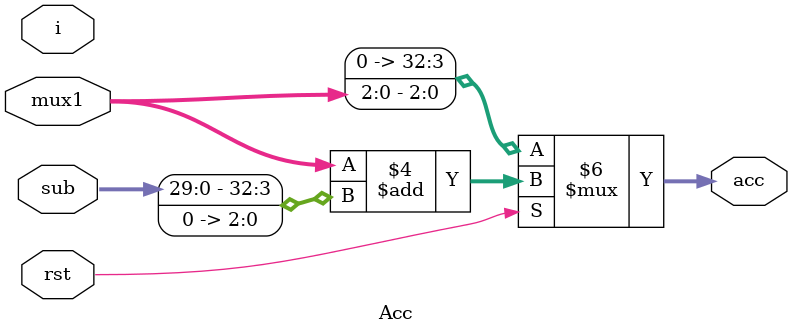
<source format=v>
module Acc(
  input signed [32:0] sub,
  input [2:0] mux1,
  input [3:0] i,
  input rst,
  output reg signed [32:0] acc
);

always @ (i or rst)
begin
  if (rst == 1'b0)
    acc = mux1;
  else
    acc = mux1 + (sub<<3);
end
endmodule
</source>
